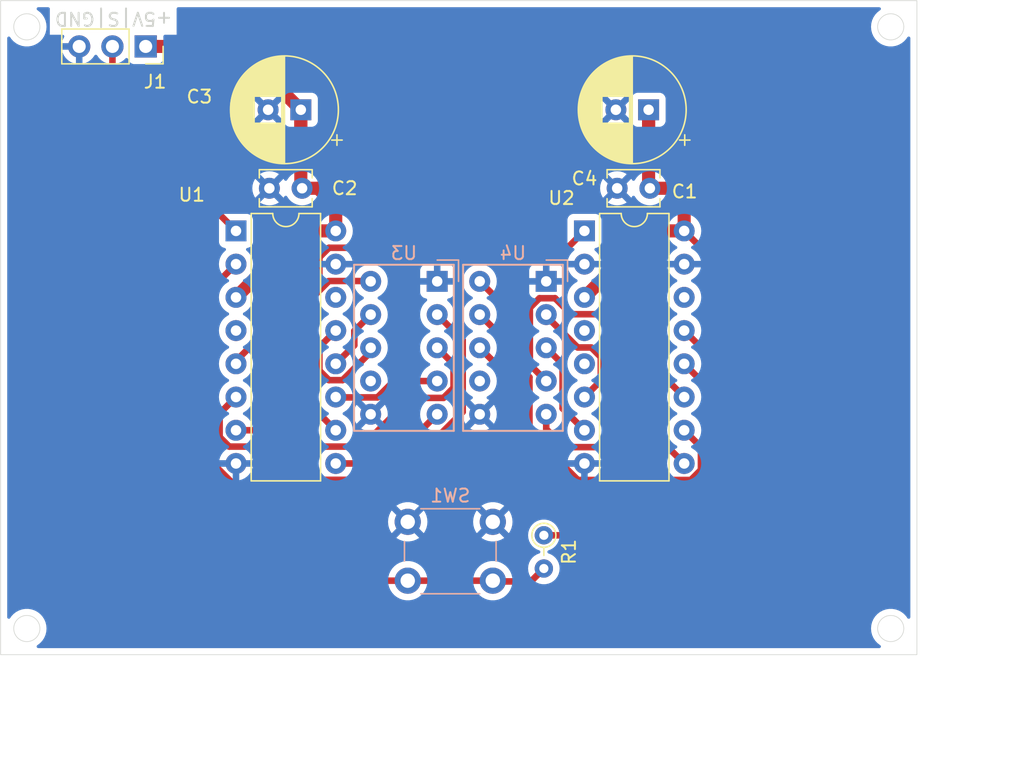
<source format=kicad_pcb>
(kicad_pcb (version 20240108) (generator "pcbnew") (generator_version "8.0")
  (layers (0 "F.Cu" signal) (31 "B.Cu" signal) (34 "B.Paste" user) (35 "F.Paste" user) (36 "B.SilkS" user "B.Silkscreen") (37 "F.SilkS" user "F.Silkscreen") (38 "B.Mask" user) (39 "F.Mask" user) (44 "Edge.Cuts" user))
  (net 0 "")
  (net 1 "+5V")
  (net 2 "GND")
  (net 3 "gen")
  (net 4 "Net-(U1-CLOCK_INHIBIT)")
  (net 5 "Net-(U1-g)")
  (net 6 "Net-(U1-f)")
  (net 7 "Net-(U1-a)")
  (net 8 "Net-(U1-b)")
  (net 9 "Net-(U1-CARRY_OUT)")
  (net 12 "Net-(U1-e)")
  (net 13 "Net-(U1-d)")
  (net 14 "Net-(U1-c)")
  (net 16 "Net-(U2-a)")
  (net 18 "Net-(U2-d)")
  (net 20 "Net-(U2-b)")
  (net 21 "Net-(U2-g)")
  (net 22 "Net-(U2-c)")
  (net 23 "Net-(U2-e)")
  (net 24 "Net-(U2-f)")
  (footprint "Connector_PinSocket_2.54mm:PinSocket_1x03_P2.54mm_Vertical" (layer "F.Cu") (at 133.83 45.25 -90)
    (property "Reference" "J1" (at 2.7 -0.72 180) (layer "F.SilkS"))
    (property "Value" "HEADER_3")
    (pad "1" thru_hole rect (at 0 0 270) (size 1.7 1.7) (drill 1) (layers "*.Cu" "*.Mask") (net 1 "+5V"))
    (pad "2" thru_hole oval (at 0 2.54 270) (size 1.7 1.7) (drill 1) (layers "*.Cu" "*.Mask") (net 3 "gen"))
    (pad "3" thru_hole oval (at 0 5.08 270) (size 1.7 1.7) (drill 1) (layers "*.Cu" "*.Mask") (net 2 "GND"))
  )
  (footprint "Capacitor_THT:C_Disc_D3.8mm_W2.6mm_P2.50mm" (layer "F.Cu") (at 172.35 56.0925 180)
    (property "Reference" "C4" (at 5 0.7425 0) (layer "F.SilkS"))
    (property "Value" "0.1uF")
    (pad "1" thru_hole circle (at 0 0 180) (size 1.6 1.6) (drill 0.8) (layers "*.Cu" "*.Mask") (net 1 "+5V"))
    (pad "2" thru_hole circle (at 2.5 0 180) (size 1.6 1.6) (drill 0.8) (layers "*.Cu" "*.Mask") (net 2 "GND"))
  )
  (footprint "Package_DIP:DIP-16_W7.62mm" (layer "F.Cu") (at 140.73 59.3525)
    (property "Reference" "U1" (at -3.38 -2.76 0) (layer "F.SilkS"))
    (property "Value" "CD4026B")
    (pad "1" thru_hole rect (at 0 0) (size 1.6 1.6) (drill 0.8) (layers "*.Cu" "*.Mask") (net 3 "gen"))
    (pad "2" thru_hole oval (at 0 2.54) (size 1.6 1.6) (drill 0.8) (layers "*.Cu" "*.Mask") (net 4 "Net-(U1-CLOCK_INHIBIT)"))
    (pad "3" thru_hole oval (at 0 5.08) (size 1.6 1.6) (drill 0.8) (layers "*.Cu" "*.Mask") (net 1 "+5V"))
    (pad "4" thru_hole oval (at 0 7.62) (size 1.6 1.6) (drill 0.8) (layers "*.Cu" "*.Mask"))
    (pad "5" thru_hole oval (at 0 10.16) (size 1.6 1.6) (drill 0.8) (layers "*.Cu" "*.Mask") (net 9 "Net-(U1-CARRY_OUT)"))
    (pad "6" thru_hole oval (at 0 12.7) (size 1.6 1.6) (drill 0.8) (layers "*.Cu" "*.Mask") (net 6 "Net-(U1-f)"))
    (pad "7" thru_hole oval (at 0 15.24) (size 1.6 1.6) (drill 0.8) (layers "*.Cu" "*.Mask") (net 5 "Net-(U1-g)"))
    (pad "8" thru_hole oval (at 0 17.78) (size 1.6 1.6) (drill 0.8) (layers "*.Cu" "*.Mask") (net 2 "GND"))
    (pad "9" thru_hole oval (at 7.62 17.78) (size 1.6 1.6) (drill 0.8) (layers "*.Cu" "*.Mask") (net 13 "Net-(U1-d)"))
    (pad "10" thru_hole oval (at 7.62 15.24) (size 1.6 1.6) (drill 0.8) (layers "*.Cu" "*.Mask") (net 7 "Net-(U1-a)"))
    (pad "11" thru_hole oval (at 7.62 12.7) (size 1.6 1.6) (drill 0.8) (layers "*.Cu" "*.Mask") (net 12 "Net-(U1-e)"))
    (pad "12" thru_hole oval (at 7.62 10.16) (size 1.6 1.6) (drill 0.8) (layers "*.Cu" "*.Mask") (net 8 "Net-(U1-b)"))
    (pad "13" thru_hole oval (at 7.62 7.62) (size 1.6 1.6) (drill 0.8) (layers "*.Cu" "*.Mask") (net 14 "Net-(U1-c)"))
    (pad "14" thru_hole oval (at 7.62 5.08) (size 1.6 1.6) (drill 0.8) (layers "*.Cu" "*.Mask"))
    (pad "15" thru_hole oval (at 7.62 2.54) (size 1.6 1.6) (drill 0.8) (layers "*.Cu" "*.Mask") (net 2 "GND"))
    (pad "16" thru_hole oval (at 7.62 0) (size 1.6 1.6) (drill 0.8) (layers "*.Cu" "*.Mask") (net 1 "+5V"))
  )
  (footprint "Capacitor_THT:CP_Radial_D8.0mm_P2.50mm" (layer "F.Cu") (at 145.682651 50.0925 180)
    (property "Reference" "C3" (at 7.75 1 0) (layer "F.SilkS"))
    (property "Value" "10uF")
    (pad "1" thru_hole rect (at 0 0 180) (size 1.6 1.6) (drill 0.8) (layers "*.Cu" "*.Mask") (net 1 "+5V"))
    (pad "2" thru_hole circle (at 2.5 0 180) (size 1.6 1.6) (drill 0.8) (layers "*.Cu" "*.Mask") (net 2 "GND"))
  )
  (footprint "Capacitor_THT:CP_Radial_D8.0mm_P2.50mm" (layer "F.Cu") (at 172.252651 50.0925 180)
    (property "Reference" "C1" (at -2.75 -6.25 0) (layer "F.SilkS"))
    (property "Value" "10uF")
    (pad "1" thru_hole rect (at 0 0 180) (size 1.6 1.6) (drill 0.8) (layers "*.Cu" "*.Mask") (net 1 "+5V"))
    (pad "2" thru_hole circle (at 2.5 0 180) (size 1.6 1.6) (drill 0.8) (layers "*.Cu" "*.Mask") (net 2 "GND"))
  )
  (footprint "Package_DIP:DIP-16_W7.62mm" (layer "F.Cu") (at 167.35 59.3525)
    (property "Reference" "U2" (at -1.75 -2.51 0) (layer "F.SilkS"))
    (property "Value" "CD4026B")
    (pad "1" thru_hole rect (at 0 0) (size 1.6 1.6) (drill 0.8) (layers "*.Cu" "*.Mask") (net 9 "Net-(U1-CARRY_OUT)"))
    (pad "2" thru_hole oval (at 0 2.54) (size 1.6 1.6) (drill 0.8) (layers "*.Cu" "*.Mask") (net 2 "GND"))
    (pad "3" thru_hole oval (at 0 5.08) (size 1.6 1.6) (drill 0.8) (layers "*.Cu" "*.Mask") (net 1 "+5V"))
    (pad "4" thru_hole oval (at 0 7.62) (size 1.6 1.6) (drill 0.8) (layers "*.Cu" "*.Mask"))
    (pad "5" thru_hole oval (at 0 10.16) (size 1.6 1.6) (drill 0.8) (layers "*.Cu" "*.Mask"))
    (pad "6" thru_hole oval (at 0 12.7) (size 1.6 1.6) (drill 0.8) (layers "*.Cu" "*.Mask") (net 24 "Net-(U2-f)"))
    (pad "7" thru_hole oval (at 0 15.24) (size 1.6 1.6) (drill 0.8) (layers "*.Cu" "*.Mask") (net 21 "Net-(U2-g)"))
    (pad "8" thru_hole oval (at 0 17.78) (size 1.6 1.6) (drill 0.8) (layers "*.Cu" "*.Mask") (net 2 "GND"))
    (pad "9" thru_hole oval (at 7.62 17.78) (size 1.6 1.6) (drill 0.8) (layers "*.Cu" "*.Mask") (net 18 "Net-(U2-d)"))
    (pad "10" thru_hole oval (at 7.62 15.24) (size 1.6 1.6) (drill 0.8) (layers "*.Cu" "*.Mask") (net 16 "Net-(U2-a)"))
    (pad "11" thru_hole oval (at 7.62 12.7) (size 1.6 1.6) (drill 0.8) (layers "*.Cu" "*.Mask") (net 23 "Net-(U2-e)"))
    (pad "12" thru_hole oval (at 7.62 10.16) (size 1.6 1.6) (drill 0.8) (layers "*.Cu" "*.Mask") (net 20 "Net-(U2-b)"))
    (pad "13" thru_hole oval (at 7.62 7.62) (size 1.6 1.6) (drill 0.8) (layers "*.Cu" "*.Mask") (net 22 "Net-(U2-c)"))
    (pad "14" thru_hole oval (at 7.62 5.08) (size 1.6 1.6) (drill 0.8) (layers "*.Cu" "*.Mask"))
    (pad "15" thru_hole oval (at 7.62 2.54) (size 1.6 1.6) (drill 0.8) (layers "*.Cu" "*.Mask") (net 2 "GND"))
    (pad "16" thru_hole oval (at 7.62 0) (size 1.6 1.6) (drill 0.8) (layers "*.Cu" "*.Mask") (net 1 "+5V"))
  )
  (footprint "Resistor_THT:R_Axial_DIN0204_L3.6mm_D1.6mm_P2.54mm_Vertical" (layer "F.Cu") (at 164.25 82.6225 -90)
    (property "Reference" "R1" (at 1.27 -1.92 90) (layer "F.SilkS"))
    (property "Value" "100k")
    (pad "1" thru_hole circle (at 0 0 270) (size 1.4 1.4) (drill 0.7) (layers "*.Cu" "*.Mask") (net 1 "+5V"))
    (pad "2" thru_hole oval (at 2.54 0 270) (size 1.4 1.4) (drill 0.7) (layers "*.Cu" "*.Mask") (net 4 "Net-(U1-CLOCK_INHIBIT)"))
  )
  (footprint "Capacitor_THT:C_Disc_D3.8mm_W2.6mm_P2.50mm" (layer "F.Cu") (at 145.78 56.0925 180)
    (property "Reference" "C2" (at -3.25 0 0) (layer "F.SilkS"))
    (property "Value" "0.1uF")
    (pad "1" thru_hole circle (at 0 0 180) (size 1.6 1.6) (drill 0.8) (layers "*.Cu" "*.Mask") (net 1 "+5V"))
    (pad "2" thru_hole circle (at 2.5 0 180) (size 1.6 1.6) (drill 0.8) (layers "*.Cu" "*.Mask") (net 2 "GND"))
  )
  (footprint "HW13-LIB:3161AS" (layer "B.Cu") (at 156.1 63.21 180)
    (property "Reference" "U3" (at 2.54 2.159 0) (layer "B.SilkS") (effects (justify mirror)))
    (property "Value" "3161AS")
    (pad "1" thru_hole rect (at 0 0 180) (size 1.6 1.6) (drill 0.8) (layers "*.Cu" "*.Mask") (net 2 "GND"))
    (pad "2" thru_hole circle (at 0 -2.54 180) (size 1.6 1.6) (drill 0.8) (layers "*.Cu" "*.Mask") (net 6 "Net-(U1-f)"))
    (pad "3" thru_hole circle (at 0 -5.08 180) (size 1.6 1.6) (drill 0.8) (layers "*.Cu" "*.Mask") (net 5 "Net-(U1-g)"))
    (pad "4" thru_hole circle (at 0 -7.62 180) (size 1.6 1.6) (drill 0.8) (layers "*.Cu" "*.Mask") (net 12 "Net-(U1-e)"))
    (pad "5" thru_hole circle (at 0 -10.16 180) (size 1.6 1.6) (drill 0.8) (layers "*.Cu" "*.Mask") (net 13 "Net-(U1-d)"))
    (pad "6" thru_hole circle (at 5.08 -10.16 180) (size 1.6 1.6) (drill 0.8) (layers "*.Cu" "*.Mask") (net 2 "GND"))
    (pad "7" thru_hole circle (at 5.08 -7.62 180) (size 1.6 1.6) (drill 0.8) (layers "*.Cu" "*.Mask"))
    (pad "8" thru_hole circle (at 5.08 -5.08 180) (size 1.6 1.6) (drill 0.8) (layers "*.Cu" "*.Mask") (net 14 "Net-(U1-c)"))
    (pad "9" thru_hole circle (at 5.08 -2.54 180) (size 1.6 1.6) (drill 0.8) (layers "*.Cu" "*.Mask") (net 8 "Net-(U1-b)"))
    (pad "10" thru_hole circle (at 5.08 0 180) (size 1.6 1.6) (drill 0.8) (layers "*.Cu" "*.Mask") (net 7 "Net-(U1-a)"))
  )
  (footprint "Button_Switch_THT:SW_PUSH_6mm_H5mm" (layer "B.Cu") (at 160.35 81.5925 180)
    (property "Reference" "SW1" (at 3.25 2 0) (layer "B.SilkS") (effects (justify mirror)))
    (property "Value" "RND")
    (pad "1" thru_hole circle (at 0 0 90) (size 2 2) (drill 1.1) (layers "*.Cu" "*.Mask") (net 2 "GND"))
    (pad "1" thru_hole circle (at 6.5 0 90) (size 2 2) (drill 1.1) (layers "*.Cu" "*.Mask") (net 2 "GND"))
    (pad "2" thru_hole circle (at 0 -4.5 90) (size 2 2) (drill 1.1) (layers "*.Cu" "*.Mask") (net 4 "Net-(U1-CLOCK_INHIBIT)"))
    (pad "2" thru_hole circle (at 6.5 -4.5 90) (size 2 2) (drill 1.1) (layers "*.Cu" "*.Mask") (net 4 "Net-(U1-CLOCK_INHIBIT)"))
  )
  (footprint "HW13-LIB:3161AS" (layer "B.Cu") (at 164.43 63.21 180)
    (property "Reference" "U4" (at 2.54 2.159 0) (layer "B.SilkS") (effects (justify mirror)))
    (property "Value" "3161AS")
    (pad "1" thru_hole rect (at 0 0 180) (size 1.6 1.6) (drill 0.8) (layers "*.Cu" "*.Mask") (net 2 "GND"))
    (pad "2" thru_hole circle (at 0 -2.54 180) (size 1.6 1.6) (drill 0.8) (layers "*.Cu" "*.Mask") (net 24 "Net-(U2-f)"))
    (pad "3" thru_hole circle (at 0 -5.08 180) (size 1.6 1.6) (drill 0.8) (layers "*.Cu" "*.Mask") (net 21 "Net-(U2-g)"))
    (pad "4" thru_hole circle (at 0 -7.62 180) (size 1.6 1.6) (drill 0.8) (layers "*.Cu" "*.Mask") (net 23 "Net-(U2-e)"))
    (pad "5" thru_hole circle (at 0 -10.16 180) (size 1.6 1.6) (drill 0.8) (layers "*.Cu" "*.Mask") (net 18 "Net-(U2-d)"))
    (pad "6" thru_hole circle (at 5.08 -10.16 180) (size 1.6 1.6) (drill 0.8) (layers "*.Cu" "*.Mask") (net 2 "GND"))
    (pad "7" thru_hole circle (at 5.08 -7.62 180) (size 1.6 1.6) (drill 0.8) (layers "*.Cu" "*.Mask"))
    (pad "8" thru_hole circle (at 5.08 -5.08 180) (size 1.6 1.6) (drill 0.8) (layers "*.Cu" "*.Mask") (net 22 "Net-(U2-c)"))
    (pad "9" thru_hole circle (at 5.08 -2.54 180) (size 1.6 1.6) (drill 0.8) (layers "*.Cu" "*.Mask") (net 20 "Net-(U2-b)"))
    (pad "10" thru_hole circle (at 5.08 0 180) (size 1.6 1.6) (drill 0.8) (layers "*.Cu" "*.Mask") (net 16 "Net-(U2-a)"))
  )
  (gr_rect (start 122.75 41.75) (end 192.75 91.75) (stroke (width 0.05)) (fill none) (layer "Edge.Cuts"))
  (gr_circle (center 190.75 43.75) (end 191.75 43.75) (stroke (width 0.05)) (fill none) (layer "Edge.Cuts"))
  (gr_circle (center 124.75 89.75) (end 125.75 89.75) (stroke (width 0.05)) (fill none) (layer "Edge.Cuts"))
  (gr_circle (center 124.75 43.75) (end 125.75 43.75) (stroke (width 0.05)) (fill none) (layer "Edge.Cuts"))
  (gr_circle (center 190.75 89.75) (end 191.75 89.75) (stroke (width 0.05)) (fill none) (layer "Edge.Cuts"))
  (gr_text "+5V|S|GND" (at 135.95 42.55 180) (layer "Edge.Cuts") (effects (font (size 1 1)) (justify left bottom)))
  (segment (start 133.83 45.25) (end 140.840151 45.25) (width 1) (layer "F.Cu") (net 1))
  (segment (start 140.840151 45.25) (end 145.682651 50.0925) (width 1) (layer "F.Cu") (net 1))
  (segment (start 174.97 57.1625) (end 174.97 59.3525) (width 1) (layer "F.Cu") (net 1))
  (segment (start 145.81 59.3525) (end 140.73 64.4325) (width 1) (layer "F.Cu") (net 1))
  (segment (start 174.97 59.3525) (end 172.43 59.3525) (width 1) (layer "F.Cu") (net 1))
  (segment (start 173.9 56.0925) (end 174.97 57.1625) (width 1) (layer "F.Cu") (net 1))
  (segment (start 145.682651 50.0925) (end 145.682651 55.995151) (width 1) (layer "F.Cu") (net 1))
  (segment (start 172.35 56.0925) (end 173.9 56.0925) (width 1) (layer "F.Cu") (net 1))
  (segment (start 172.252651 51.95) (end 172.252651 50.0925) (width 1) (layer "F.Cu") (net 1))
  (segment (start 172.252651 55.995151) (end 172.35 56.0925) (width 1) (layer "F.Cu") (net 1))
  (segment (start 145.682651 50.0925) (end 145.682651 51.95) (width 1) (layer "F.Cu") (net 1))
  (segment (start 148.35 57.4425) (end 148.35 59.3525) (width 1) (layer "F.Cu") (net 1))
  (segment (start 178.35 62.7325) (end 174.97 59.3525) (width 0.5) (layer "F.Cu") (net 1))
  (segment (start 172.43 59.3525) (end 167.35 64.4325) (width 1) (layer "F.Cu") (net 1))
  (segment (start 172.252651 50.0925) (end 172.252651 55.995151) (width 1) (layer "F.Cu") (net 1))
  (segment (start 147 56.0925) (end 148.35 57.4425) (width 1) (layer "F.Cu") (net 1))
  (segment (start 145.682651 55.995151) (end 145.78 56.0925) (width 1) (layer "F.Cu") (net 1))
  (segment (start 133.54 45.54) (end 133.83 45.25) (width 1) (layer "F.Cu") (net 1))
  (segment (start 164.25 82.6225) (end 174.25995 82.6225) (width 0.5) (layer "F.Cu") (net 1))
  (segment (start 174.25995 82.6225) (end 178.35 78.53245) (width 0.5) (layer "F.Cu") (net 1))
  (segment (start 145.78 56.0925) (end 147 56.0925) (width 1) (layer "F.Cu") (net 1))
  (segment (start 148.35 59.3525) (end 145.81 59.3525) (width 1) (layer "F.Cu") (net 1))
  (segment (start 145.682651 51.95) (end 172.252651 51.95) (width 1) (layer "F.Cu") (net 1))
  (segment (start 178.35 78.53245) (end 178.35 62.7325) (width 0.5) (layer "F.Cu") (net 1))
  (segment (start 131.29 49.9125) (end 140.73 59.3525) (width 0.5) (layer "F.Cu") (net 3))
  (segment (start 131.29 45.25) (end 131.29 49.9125) (width 0.5) (layer "F.Cu") (net 3))
  (segment (start 153.85 86.0925) (end 147.922233 86.0925) (width 0.5) (layer "F.Cu") (net 4))
  (segment (start 138.78 76.950267) (end 138.78 63.8425) (width 0.5) (layer "F.Cu") (net 4))
  (segment (start 147.922233 86.0925) (end 138.78 76.950267) (width 0.5) (layer "F.Cu") (net 4))
  (segment (start 164.25 85.1625) (end 163.2625 86.15) (width 0.5) (layer "F.Cu") (net 4))
  (segment (start 138.78 63.8425) (end 140.73 61.8925) (width 0.5) (layer "F.Cu") (net 4))
  (segment (start 163.2625 86.15) (end 160.4075 86.15) (width 0.5) (layer "F.Cu") (net 4))
  (segment (start 160.35 86.0925) (end 153.85 86.0925) (width 0.5) (layer "F.Cu") (net 4))
  (segment (start 160.4075 86.15) (end 160.35 86.0925) (width 0.5) (layer "F.Cu") (net 4))
  (segment (start 143.2 74.5925) (end 140.73 74.5925) (width 0.5) (layer "F.Cu") (net 5))
  (segment (start 156.1 68.29) (end 157.35 69.54) (width 0.5) (layer "F.Cu") (net 5))
  (segment (start 157.35 71.347767) (end 156.577767 72.12) (width 0.5) (layer "F.Cu") (net 5))
  (segment (start 154.0725 72.12) (end 150.35 75.8425) (width 0.5) (layer "F.Cu") (net 5))
  (segment (start 156.577767 72.12) (end 154.0725 72.12) (width 0.5) (layer "F.Cu") (net 5))
  (segment (start 144.45 75.8425) (end 143.2 74.5925) (width 0.5) (layer "F.Cu") (net 5))
  (segment (start 150.35 75.8425) (end 144.45 75.8425) (width 0.5) (layer "F.Cu") (net 5))
  (segment (start 157.35 69.54) (end 157.35 71.347767) (width 0.5) (layer "F.Cu") (net 5))
  (segment (start 139.48 75.110267) (end 139.48 73.3025) (width 0.5) (layer "F.Cu") (net 6))
  (segment (start 144.89 78.3825) (end 142.35 75.8425) (width 0.5) (layer "F.Cu") (net 6))
  (segment (start 158.05 67.7) (end 158.05 73.187767) (width 0.5) (layer "F.Cu") (net 6))
  (segment (start 140.212233 75.8425) (end 139.48 75.110267) (width 0.5) (layer "F.Cu") (net 6))
  (segment (start 158.05 73.187767) (end 152.855267 78.3825) (width 0.5) (layer "F.Cu") (net 6))
  (segment (start 152.855267 78.3825) (end 144.89 78.3825) (width 0.5) (layer "F.Cu") (net 6))
  (segment (start 139.48 73.3025) (end 140.73 72.0525) (width 0.5) (layer "F.Cu") (net 6))
  (segment (start 156.1 65.75) (end 158.05 67.7) (width 0.5) (layer "F.Cu") (net 6))
  (segment (start 142.35 75.8425) (end 140.212233 75.8425) (width 0.5) (layer "F.Cu") (net 6))
  (segment (start 146.4 64.614733) (end 146.4 72.6425) (width 0.5) (layer "F.Cu") (net 7))
  (segment (start 151.02 63.21) (end 150.9925 63.1825) (width 0.5) (layer "F.Cu") (net 7))
  (segment (start 147.832233 63.1825) (end 146.4 64.614733) (width 0.5) (layer "F.Cu") (net 7))
  (segment (start 150.9925 63.1825) (end 147.832233 63.1825) (width 0.5) (layer "F.Cu") (net 7))
  (segment (start 146.4 72.6425) (end 148.35 74.5925) (width 0.5) (layer "F.Cu") (net 7))
  (segment (start 149.77 67) (end 149.77 68.0925) (width 0.5) (layer "F.Cu") (net 8))
  (segment (start 149.77 68.0925) (end 148.35 69.5125) (width 0.5) (layer "F.Cu") (net 8))
  (segment (start 151.02 65.75) (end 149.77 67) (width 0.5) (layer "F.Cu") (net 8))
  (segment (start 140.73 69.294783) (end 147.1 62.924783) (width 0.5) (layer "F.Cu") (net 9))
  (segment (start 140.73 69.5125) (end 140.73 69.294783) (width 0.5) (layer "F.Cu") (net 9))
  (segment (start 147.1 61.374733) (end 147.832233 60.6425) (width 0.5) (layer "F.Cu") (net 9))
  (segment (start 147.1 62.924783) (end 147.1 61.374733) (width 0.5) (layer "F.Cu") (net 9))
  (segment (start 166.06 60.6425) (end 167.35 59.3525) (width 0.5) (layer "F.Cu") (net 9))
  (segment (start 147.832233 60.6425) (end 166.06 60.6425) (width 0.5) (layer "F.Cu") (net 9))
  (segment (start 152.787767 70.83) (end 151.537767 72.08) (width 0.5) (layer "F.Cu") (net 12))
  (segment (start 156.1 70.83) (end 152.787767 70.83) (width 0.5) (layer "F.Cu") (net 12))
  (segment (start 151.537767 72.08) (end 148.3775 72.08) (width 0.5) (layer "F.Cu") (net 12))
  (segment (start 148.3775 72.08) (end 148.35 72.0525) (width 0.5) (layer "F.Cu") (net 12))
  (segment (start 152.3375 77.1325) (end 148.35 77.1325) (width 0.5) (layer "F.Cu") (net 13))
  (segment (start 156.1 73.37) (end 152.3375 77.1325) (width 0.5) (layer "F.Cu") (net 13))
  (segment (start 151.02 68.610267) (end 148.867767 70.7625) (width 0.5) (layer "F.Cu") (net 14))
  (segment (start 151.02 68.29) (end 151.02 68.610267) (width 0.5) (layer "F.Cu") (net 14))
  (segment (start 147.832233 70.7625) (end 147.1 70.030267) (width 0.5) (layer "F.Cu") (net 14))
  (segment (start 147.1 68.2225) (end 148.35 66.9725) (width 0.5) (layer "F.Cu") (net 14))
  (segment (start 147.1 70.030267) (end 147.1 68.2225) (width 0.5) (layer "F.Cu") (net 14))
  (segment (start 148.867767 70.7625) (end 147.832233 70.7625) (width 0.5) (layer "F.Cu") (net 14))
  (segment (start 162.48 66.34) (end 162.48 69.86995) (width 0.5) (layer "F.Cu") (net 16))
  (segment (start 166.842233 78.3925) (end 175.477767 78.3925) (width 0.5) (layer "F.Cu") (net 16))
  (segment (start 175.477767 78.3925) (end 176.25 77.620267) (width 0.5) (layer "F.Cu") (net 16))
  (segment (start 176.25 75.8725) (end 174.97 74.5925) (width 0.5) (layer "F.Cu") (net 16))
  (segment (start 162.48 69.86995) (end 163.15 70.53995) (width 0.5) (layer "F.Cu") (net 16))
  (segment (start 163.15 74.700267) (end 166.842233 78.3925) (width 0.5) (layer "F.Cu") (net 16))
  (segment (start 163.15 70.53995) (end 163.15 74.700267) (width 0.5) (layer "F.Cu") (net 16))
  (segment (start 159.35 63.21) (end 162.48 66.34) (width 0.5) (layer "F.Cu") (net 16))
  (segment (start 176.25 77.620267) (end 176.25 75.8725) (width 0.5) (layer "F.Cu") (net 16))
  (segment (start 164.43 73.37) (end 164.43 74.50137) (width 0.5) (layer "F.Cu") (net 18))
  (segment (start 165.81113 75.8825) (end 173.72 75.8825) (width 0.5) (layer "F.Cu") (net 18))
  (segment (start 164.43 74.50137) (end 165.81113 75.8825) (width 0.5) (layer "F.Cu") (net 18))
  (segment (start 173.72 75.8825) (end 174.97 77.1325) (width 0.5) (layer "F.Cu") (net 18))
  (segment (start 175.767717 79.0925) (end 176.95 77.910217) (width 0.5) (layer "F.Cu") (net 20))
  (segment (start 176.95 71.4925) (end 174.97 69.5125) (width 0.5) (layer "F.Cu") (net 20))
  (segment (start 176.95 77.910217) (end 176.95 71.4925) (width 0.5) (layer "F.Cu") (net 20))
  (segment (start 159.35 65.75) (end 161.78 68.18) (width 0.5) (layer "F.Cu") (net 20))
  (segment (start 161.78 68.18) (end 161.78 74.320217) (width 0.5) (layer "F.Cu") (net 20))
  (segment (start 161.78 74.320217) (end 166.552283 79.0925) (width 0.5) (layer "F.Cu") (net 20))
  (segment (start 166.552283 79.0925) (end 175.767717 79.0925) (width 0.5) (layer "F.Cu") (net 20))
  (segment (start 165.68 72.9225) (end 167.35 74.5925) (width 0.5) (layer "F.Cu") (net 21))
  (segment (start 165.68 69.54) (end 165.68 72.9225) (width 0.5) (layer "F.Cu") (net 21))
  (segment (start 164.43 68.29) (end 165.68 69.54) (width 0.5) (layer "F.Cu") (net 21))
  (segment (start 166.262333 79.7925) (end 176.1 79.7925) (width 0.5) (layer "F.Cu") (net 22))
  (segment (start 177.65 69.6525) (end 174.97 66.9725) (width 0.5) (layer "F.Cu") (net 22))
  (segment (start 161.08 74.610167) (end 166.262333 79.7925) (width 0.5) (layer "F.Cu") (net 22))
  (segment (start 176.1 79.7925) (end 177.65 78.2425) (width 0.5) (layer "F.Cu") (net 22))
  (segment (start 161.08 70.02) (end 161.08 74.610167) (width 0.5) (layer "F.Cu") (net 22))
  (segment (start 177.65 78.2425) (end 177.65 69.6525) (width 0.5) (layer "F.Cu") (net 22))
  (segment (start 159.35 68.29) (end 161.08 70.02) (width 0.5) (layer "F.Cu") (net 22))
  (segment (start 163.18 69.58) (end 163.18 65.232233) (width 0.5) (layer "F.Cu") (net 23))
  (segment (start 165.107501 64.5) (end 166.330001 65.7225) (width 0.5) (layer "F.Cu") (net 23))
  (segment (start 166.330001 65.7225) (end 168.64 65.7225) (width 0.5) (layer "F.Cu") (net 23))
  (segment (start 168.64 65.7225) (end 174.97 72.0525) (width 0.5) (layer "F.Cu") (net 23))
  (segment (start 164.43 70.83) (end 163.18 69.58) (width 0.5) (layer "F.Cu") (net 23))
  (segment (start 163.912233 64.5) (end 165.107501 64.5) (width 0.5) (layer "F.Cu") (net 23))
  (segment (start 163.18 65.232233) (end 163.912233 64.5) (width 0.5) (layer "F.Cu") (net 23))
  (segment (start 164.43 65.75) (end 164.43 65.860267) (width 0.5) (layer "F.Cu") (net 24))
  (segment (start 166.832233 68.2625) (end 167.867767 68.2625) (width 0.5) (layer "F.Cu") (net 24))
  (segment (start 167.867767 68.2625) (end 168.6 68.994733) (width 0.5) (layer "F.Cu") (net 24))
  (segment (start 168.6 68.994733) (end 168.6 70.8025) (width 0.5) (layer "F.Cu") (net 24))
  (segment (start 164.43 65.860267) (end 166.832233 68.2625) (width 0.5) (layer "F.Cu") (net 24))
  (segment (start 168.6 70.8025) (end 167.35 72.0525) (width 0.5) (layer "F.Cu") (net 24))
  (zone (net 2) (net_name "GND") (layer "B.Cu") (connect_pads (clearance 0.5)) (min_thickness 0.25) (fill yes (thermal_gap 0.5) (thermal_bridge_width 0.5))
    (polygon (pts (xy 122.75 41.75) (xy 192.75 41.75) (xy 192.75 91.75) (xy 122.75 91.75) (xy 122.75 51.25)))
  )
)
</source>
